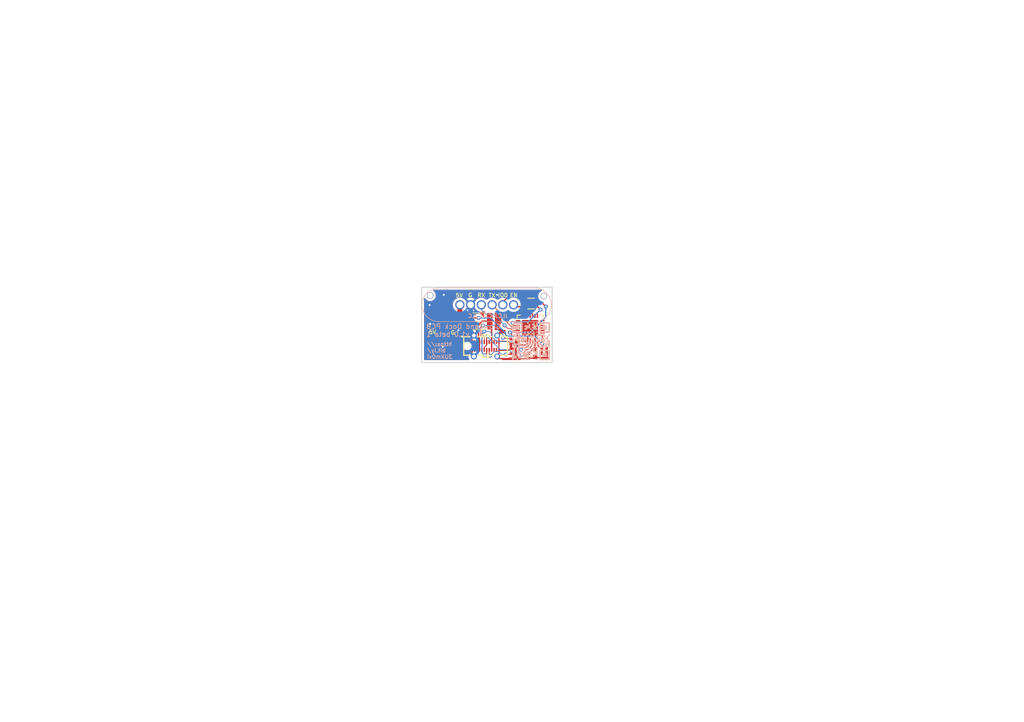
<source format=kicad_pcb>
(kicad_pcb (version 20211014) (generator pcbnew)
  (layers (0 "F.Cu" signal) (31 "B.Cu" signal) (34 "B.Paste" user) (35 "F.Paste" user) (36 "B.SilkS" user "B.Silkscreen") (37 "F.SilkS" user "F.Silkscreen") (38 "B.Mask" user) (39 "F.Mask" user) (44 "Edge.Cuts" user))
  (net 0 "")
  (net 1 "GND")
  (net 2 "VBUS")
  (net 3 "RXD0")
  (net 4 "TXD0")
  (net 5 "IO0")
  (net 6 "EN")
  (net 7 "USB-C CC1")
  (net 8 "USB-C CC2")
  (net 9 "RTS")
  (net 10 "DTR")
  (net 13 "USB-C DATA+")
  (net 14 "USB-C DATA-")
  (net 41 "Net-(F1-Pad1)")
  (net 42 "Net-(C1-Pad1)")
  (footprint "footprint:SC-70-6_L2.2-W1.3-P0.65-LS2.1-BR" (layer "F.Cu") (at 108.898813 62.144787)
    (fp_text reference "U1" hide)
    (fp_text value "UMH3N")
    (fp_line (start -0.7 -1.1) (end 0.7 -1.1) (layer "F.SilkS") (width 0.2))
    (fp_line (start -0.7 1.1) (end 0.7 1.1) (layer "F.SilkS") (width 0.2))
    (fp_arc (start 1.090932 1.094209) (mid 1.092202 1.094203) (end 1.093472 1.094209) (layer "F.SilkS") (width 0.2))
    (fp_circle (center 1.053442 1.099924) (end 1.083439 1.099924) (layer "F.SilkS") (width 0.059995) (fill none))
    (pad "1" smd rect (at 0.949962 0.649987 90) (size 0.41999 0.6) (layers "F.Cu" "F.Paste" "F.Mask") (net 9 "RTS"))
    (pad "2" smd rect (at 0.949962 0 90) (size 0.41999 0.6) (layers "F.Cu" "F.Paste" "F.Mask") (net 10 "DTR"))
    (pad "3" smd rect (at 0.949962 -0.649987 90) (size 0.41999 0.6) (layers "F.Cu" "F.Paste" "F.Mask") (net 5 "IO0"))
    (pad "4" smd rect (at -0.949962 -0.649987 270) (size 0.41999 0.6) (layers "F.Cu" "F.Paste" "F.Mask") (net 10 "DTR"))
    (pad "5" smd rect (at -0.949962 0 270) (size 0.41999 0.6) (layers "F.Cu" "F.Paste" "F.Mask") (net 9 "RTS"))
    (pad "6" smd rect (at -0.949962 0.649987 270) (size 0.41999 0.6) (layers "F.Cu" "F.Paste" "F.Mask") (net 6 "EN"))
  )
  (footprint "Fuse:Fuse_1812_4532Metric" (layer "F.Cu") (at 98.281613 65.751587 180)
    (fp_text reference "F1" hide)
    (fp_text value "BSMD1812-300-16V")
    (fp_line (start -1.386252 -1.71) (end 1.386252 -1.71) (layer "F.SilkS") (width 0.12))
    (fp_line (start -1.386252 1.71) (end 1.386252 1.71) (layer "F.SilkS") (width 0.12))
    (pad "1" smd roundrect (at -2.1375 0 180) (size 1.125 3.4) (layers "F.Cu" "F.Paste" "F.Mask") (roundrect_rratio 0.2222222222) (net 41 "Net-(F1-Pad1)"))
    (pad "2" smd roundrect (at 2.1375 0 180) (size 1.125 3.4) (layers "F.Cu" "F.Paste" "F.Mask") (roundrect_rratio 0.2222222222) (net 2 "VBUS"))
  )
  (footprint "Resistor_SMD:R_0402_1005Metric" (layer "F.Cu") (at 104.784013 69.917187 90)
    (fp_text reference "R1" hide)
    (fp_text value "5.1K")
    (fp_line (start -0.153641 -0.38) (end 0.153641 -0.38) (layer "F.SilkS") (width 0.12))
    (fp_line (start -0.153641 0.38) (end 0.153641 0.38) (layer "F.SilkS") (width 0.12))
    (pad "1" smd roundrect (at -0.51 0 90) (size 0.54 0.64) (layers "F.Cu" "F.Paste" "F.Mask") (net 1 "GND"))
    (pad "2" smd roundrect (at 0.51 0 90) (size 0.54 0.64) (layers "F.Cu" "F.Paste" "F.Mask") (net 7 "USB-C CC1"))
  )
  (footprint "Capacitor_SMD:C_0402_1005Metric" (layer "F.Cu") (at 111.580413 72.355587)
    (fp_text reference "C3" hide)
    (fp_text value "1uF")
    (fp_line (start -0.107836 0.36) (end 0.107836 0.36) (layer "F.SilkS") (width 0.12))
    (fp_line (start -0.107836 -0.36) (end 0.107836 -0.36) (layer "F.SilkS") (width 0.12))
    (pad "1" smd roundrect (at -0.48 0) (size 0.56 0.62) (layers "F.Cu" "F.Paste" "F.Mask") (net 2 "VBUS"))
    (pad "2" smd roundrect (at 0.48 0) (size 0.56 0.62) (layers "F.Cu" "F.Paste" "F.Mask") (net 1 "GND"))
  )
  (footprint "footprint:Solder pad" (layer "F.Cu") (at 88.655013 70.882387 180)
    (fp_text reference "P2" hide)
    (fp_text value "Solder_Pad")
    (pad "1" smd rect (at -0.0762 0.0508 180) (size 2 3.5) (layers "F.Cu" "F.Mask") (net 2 "VBUS"))
  )
  (footprint "Capacitor_SMD:C_0402_1005Metric" (layer "F.Cu") (at 111.580413 71.288787)
    (fp_text reference "C4" hide)
    (fp_text value "0.1uF")
    (fp_line (start -0.107836 0.36) (end 0.107836 0.36) (layer "F.SilkS") (width 0.12))
    (fp_line (start -0.107836 -0.36) (end 0.107836 -0.36) (layer "F.SilkS") (width 0.12))
    (pad "1" smd roundrect (at -0.48 0) (size 0.56 0.62) (layers "F.Cu" "F.Paste" "F.Mask") (net 2 "VBUS"))
    (pad "2" smd roundrect (at 0.48 0) (size 0.56 0.62) (layers "F.Cu" "F.Paste" "F.Mask") (net 1 "GND"))
  )
  (footprint "footprint:TYPE-C-SMD_918-418K2022Y40003" (layer "F.Cu") (at 99.551613 70.831587)
    (fp_text reference "U2" hide)
    (fp_text value "918-418K2022Y40003")
    (fp_line (start -0.650343 2.3) (end -0.651588 1.9) (layer "F.SilkS") (width 0.254001))
    (fp_line (start -0.650038 -2.3) (end 0.649962 -2.3) (layer "F.SilkS") (width 0.254001))
    (fp_line (start 0.649657 2.050013) (end 0.649657 1.9) (layer "F.SilkS") (width 0.254001))
    (fp_line (start 3.192532 1.9) (end 4.470003 1.9) (layer "F.SilkS") (width 0.254001))
    (fp_line (start -0.650038 -2.050013) (end -0.650038 -1.9) (layer "F.SilkS") (width 0.254001))
    (fp_line (start -4.470003 -1.9) (end -4.470003 1.9) (layer "F.SilkS") (width 0.254001))
    (fp_line (start -3.192532 -1.9) (end -4.470003 -1.9) (layer "F.SilkS") (width 0.254001))
    (fp_line (start 4.470003 -1.9) (end 3.192532 -1.9) (layer "F.SilkS") (width 0.254001))
    (fp_line (start 0.649657 2.3) (end 0.649657 2.050013) (layer "F.SilkS") (width 0.254001))
    (fp_line (start 0.649657 2.3) (end -0.650343 2.3) (layer "F.SilkS") (width 0.254001))
    (fp_line (start -1.607468 1.9) (end 1.607468 1.9) (layer "F.SilkS") (width 0.254001))
    (fp_line (start 1.607468 -1.9) (end -1.607468 -1.9) (layer "F.SilkS") (width 0.254001))
    (fp_line (start 4.470003 1.9) (end 4.470003 -1.889992) (layer "F.SilkS") (width 0.254001))
    (fp_line (start -4.470003 1.9) (end -3.192532 1.9) (layer "F.SilkS") (width 0.254001))
    (fp_line (start 0.649962 -2.3) (end 0.651207 -1.9) (layer "F.SilkS") (width 0.254001))
    (fp_line (start -0.650038 -2.3) (end -0.650038 -2.050013) (layer "F.SilkS") (width 0.254001))
    (fp_circle (center -4.51999 -2.304877) (end -4.489992 -2.304877) (layer "F.SilkS") (width 0.059995) (fill none))
    (pad "" np_thru_hole circle (at -3.750114 0.000127) (size 0.750013 0.750013) (drill 0.750013) (layers *.Cu *.Mask))
    (pad "" np_thru_hole circle (at 3.750013 0.000127) (size 0.8 0.8) (drill 0.8) (layers *.Cu *.Mask))
    (pad "0" thru_hole circle (at -2.400102 2.149987) (size 1.2 1.2) (drill 0.750013) (layers *.Cu *.Mask) (net 1 "GND"))
    (pad "0" thru_hole circle (at 2.4 -2.149987) (size 1.2 1.2) (drill 0.750013) (layers *.Cu *.Mask) (net 1 "GND"))
    (pad "0" thru_hole circle (at 2.4 2.149987) (size 1.2 1.2) (drill 0.750013) (layers *.Cu *.Mask) (net 1 "GND"))
    (pad "0" thru_hole circle (at -2.400102 -2.149987) (size 1.2 1.2) (drill 0.750013) (layers *.Cu *.Mask) (net 1 "GND"))
    (pad "A1" smd rect (at -2.750114 -0.799975 180) (size 0.3 0.8) (layers "F.Cu" "F.Paste" "F.Mask") (net 1 "GND"))
    (pad "A2" smd rect (at -2.249987 -0.799975 180) (size 0.3 0.8) (layers "F.Cu" "F.Paste" "F.Mask"))
    (pad "A3" smd rect (at -1.750114 -0.799975 180) (size 0.3 0.8) (layers "F.Cu" "F.Paste" "F.Mask"))
    (pad "A4" smd rect (at -1.249987 -0.799975 180) (size 0.3 0.8) (layers "F.Cu" "F.Paste" "F.Mask") (net 41 "Net-(F1-Pad1)"))
    (pad "A5" smd rect (at -0.750114 -0.799975 180) (size 0.3 0.8) (layers "F.Cu" "F.Paste" "F.Mask") (net 7 "USB-C CC1"))
    (pad "A6" smd rect (at -0.249987 -0.799975 180) (size 0.3 0.8) (layers "F.Cu" "F.Paste" "F.Mask") (net 13 "USB-C DATA+"))
    (pad "A7" smd rect (at 0.249886 -0.799975 180) (size 0.3 0.8) (layers "F.Cu" "F.Paste" "F.Mask") (net 14 "USB-C DATA-"))
    (pad "A8" smd rect (at 0.750013 -0.799975 180) (size 0.3 0.8) (layers "F.Cu" "F.Paste" "F.Mask"))
    (pad "A9" smd rect (at 1.249886 -0.799975 180) (size 0.3 0.8) (layers "F.Cu" "F.Paste" "F.Mask") (net 41 "Net-(F1-Pad1)"))
    (pad "A10" smd rect (at 1.750013 -0.799975 180) (size 0.3 0.8) (layers "F.Cu" "F.Paste" "F.Mask"))
    (pad "A11" smd rect (at 2.249886 -0.799975 180) (size 0.3 0.8) (layers "F.Cu" "F.Paste" "F.Mask"))
    (pad "A12" smd rect (at 2.750013 -0.799975 180) (size 0.3 0.8) (layers "F.Cu" "F.Paste" "F.Mask") (net 1 "GND"))
    (pad "B1" smd rect (at 2.750013 0.799975 180) (size 0.3 0.8) (layers "F.Cu" "F.Paste" "F.Mask") (net 1 "GND"))
    (pad "B2" smd rect (at 2.249886 0.799975 180) (size 0.3 0.8) (layers "F.Cu" "F.Paste" "F.Mask"))
    (pad "B3" smd rect (at 1.750013 0.799975 180) (size 0.3 0.8) (layers "F.Cu" "F.Paste" "F.Mask"))
    (pad "B4" smd rect (at 1.249886 0.799975 180) (size 0.3 0.8) (layers "F.Cu" "F.Paste" "F.Mask") (net 41 "Net-(F1-Pad1)"))
    (pad "B5" smd rect (at 0.750013 0.799975 180) (size 0.3 0.8) (layers "F.Cu" "F.Paste" "F.Mask") (net 8 "USB-C CC2"))
    (pad "B6" smd rect (at 0.249886 0.799975 180) (size 0.3 0.8) (layers "F.Cu" "F.Paste" "F.Mask") (net 13 "USB-C DATA+"))
    (pad "B7" smd rect (at -0.249987 0.799975 180) (size 0.3 0.8) (layers "F.Cu" "F.Paste" "F.Mask") (net 14 "USB-C DATA-"))
    (pad "B8" smd rect (at -0.750114 0.799975 180) (size 0.3 0.8) (layers "F.Cu" "F.Paste" "F.Mask"))
    (pad "B9" smd rect (at -1.249987 0.799975 180) (size 0.3 0.8) (layers "F.Cu" "F.Paste" "F.Mask") (net 41 "Net-(F1-Pad1)"))
    (pad "B10" smd rect (at -1.750114 0.799975 180) (size 0.3 0.8) (layers "F.Cu" "F.Paste" "F.Mask"))
    (pad "B11" smd rect (at -2.249987 0.799975 180) (size 0.3 0.8) (layers "F.Cu" "F.Paste" "F.Mask"))
    (pad "B12" smd rect (at -2.750114 0.799975 180) (size 0.3 0.8) (layers "F.Cu" "F.Paste" "F.Mask") (net 1 "GND"))
  )
  (footprint "footprint:QFN-28_L5.0-W5.0-P0.50-BL-EP" (layer "F.Cu") (at 108.69541 67.151054)
    (fp_text reference "U3" hide)
    (fp_text value "CP2102-GMR")
    (fp_line (start -2 -2.649987) (end -2.649987 -2.649987) (layer "F.SilkS") (width 0.2))
    (fp_line (start 2.649987 -2.649987) (end 2 -2.649987) (layer "F.SilkS") (width 0.2))
    (fp_line (start -2 2.649987) (end -2.649987 2.649987) (layer "F.SilkS") (width 0.2))
    (fp_line (start 2.649987 -2) (end 2.649987 -2.649987) (layer "F.SilkS") (width 0.2))
    (fp_line (start -2.649987 -2.649987) (end -2.649987 -2) (layer "F.SilkS") (width 0.2))
    (fp_line (start -2.649987 2.649987) (end -2.649987 2) (layer "F.SilkS") (width 0.2))
    (fp_line (start 2 2.649987) (end 2.649987 2.649987) (layer "F.SilkS") (width 0.2))
    (fp_line (start 2.649987 2.649987) (end 2.649987 2) (layer "F.SilkS") (width 0.2))
    (fp_arc (start -2.451105 2.999746) (mid -2.449835 2.999741) (end -2.448565 2.999746) (layer "F.SilkS") (width 0.3))
    (pad "1" smd rect (at -1.501067 2.499949 180) (size 0.28001 0.9) (layers "F.Cu" "F.Paste" "F.Mask"))
    (pad "2" smd rect (at -1.000686 2.499949 180) (size 0.28001 0.9) (layers "F.Cu" "F.Paste" "F.Mask"))
    (pad "3" smd rect (at -0.500305 2.499949 180) (size 0.28001 0.9) (layers "F.Cu" "F.Paste" "F.Mask") (net 1 "GND"))
    (pad "4" smd rect (at 0.000076 2.499949 180) (size 0.28001 0.9) (layers "F.Cu" "F.Paste" "F.Mask") (net 13 "USB-C DATA+"))
    (pad "5" smd rect (at 0.500457 2.499949 180) (size 0.28001 0.9) (layers "F.Cu" "F.Paste" "F.Mask") (net 14 "USB-C DATA-"))
    (pad "6" smd rect (at 1.000838 2.499949 180) (size 0.28001 0.9) (layers "F.Cu" "F.Paste" "F.Mask") (net 42 "Net-(C1-Pad1)"))
    (pad "7" smd rect (at 1.501219 2.499949 180) (size 0.28001 0.9) (layers "F.Cu" "F.Paste" "F.Mask") (net 2 "VBUS"))
    (pad "8" smd rect (at 2.500203 1.501219 90) (size 0.28001 0.9) (layers "F.Cu" "F.Paste" "F.Mask") (net 2 "VBUS"))
    (pad "9" smd rect (at 2.500203 1.000838 90) (size 0.28001 0.9) (layers "F.Cu" "F.Paste" "F.Mask"))
    (pad "10" smd rect (at 2.500203 0.500457 90) (size 0.28001 0.9) (layers "F.Cu" "F.Paste" "F.Mask"))
    (pad "11" smd rect (at 2.500203 0.000076 90) (size 0.28001 0.9) (layers "F.Cu" "F.Paste" "F.Mask"))
    (pad "12" smd rect (at 2.500203 -0.500305 90) (size 0.28001 0.9) (layers "F.Cu" "F.Paste" "F.Mask"))
    (pad "13" smd rect (at 2.500203 -1.000686 90) (size 0.28001 0.9) (layers "F.Cu" "F.Paste" "F.Mask"))
    (pad "14" smd rect (at 2.500203 -1.501067 90) (size 0.28001 0.9) (layers "F.Cu" "F.Paste" "F.Mask"))
    (pad "15" smd rect (at 1.501219 -2.500051 180) (size 0.28001 0.9) (layers "F.Cu" "F.Paste" "F.Mask"))
    (pad "16" smd rect (at 1.000838 -2.500051 180) (size 0.28001 0.9) (layers "F.Cu" "F.Paste" "F.Mask"))
    (pad "17" smd rect (at 0.500457 -2.500051 180) (size 0.28001 0.9) (layers "F.Cu" "F.Paste" "F.Mask"))
    (pad "18" smd rect (at 0.000076 -2.500051 180) (size 0.28001 0.9) (layers "F.Cu" "F.Paste" "F.Mask"))
    (pad "19" smd rect (at -0.500305 -2.500051 180) (size 0.28001 0.9) (layers "F.Cu" "F.Paste" "F.Mask"))
    (pad "20" smd rect (at -1.000686 -2.500051 180) (size 0.28001 0.9) (layers "F.Cu" "F.Paste" "F.Mask"))
    (pad "21" smd rect (at -1.501067 -2.500051 180) (size 0.28001 0.9) (layers "F.Cu" "F.Paste" "F.Mask"))
    (pad "22" smd rect (at -2.499797 -1.501067 90) (size 0.28001 0.9) (layers "F.Cu" "F.Paste" "F.Mask"))
    (pad "23" smd rect (at -2.499797 -1.000686 90) (size 0.28001 0.9) (layers "F.Cu" "F.Paste" "F.Mask"))
    (pad "24" smd rect (at -2.499797 -0.500305 90) (size 0.28001 0.9) (layers "F.Cu" "F.Paste" "F.Mask") (net 9 "RTS"))
    (pad "25" smd rect (at -2.499797 0.000076 90) (size 0.28001 0.9) (layers "F.Cu" "F.Paste" "F.Mask") (net 4 "TXD0"))
    (pad "26" smd rect (at -2.499797 0.500457 90) (size 0.28001 0.9) (layers "F.Cu" "F.Paste" "F.Mask") (net 3 "RXD0"))
    (pad "27" smd rect (at -2.499797 1.000838 90) (size 0.28001 0.9) (layers "F.Cu" "F.Paste" "F.Mask"))
    (pad "28" smd rect (at -2.499797 1.501219 90) (size 0.28001 0.9) (layers "F.Cu" "F.Paste" "F.Mask") (net 10 "DTR"))
    (pad "29" smd rect (at 0.000076 0.000076 90) (size 3.3 3.3) (layers "F.Cu" "F.Paste" "F.Mask") (net 1 "GND"))
  )
  (footprint "Capacitor_SMD:C_0402_1005Metric" (layer "F.Cu") (at 108.380013 72.863587 90)
    (fp_text reference "C2" hide)
    (fp_text value "0.1uF")
    (fp_line (start -0.107836 -0.36) (end 0.107836 -0.36) (layer "F.SilkS") (width 0.12))
    (fp_line (start -0.107836 0.36) (end 0.107836 0.36) (layer "F.SilkS") (width 0.12))
    (pad "1" smd roundrect (at -0.48 0 90) (size 0.56 0.62) (layers "F.Cu" "F.Paste" "F.Mask") (net 1 "GND"))
    (pad "2" smd roundrect (at 0.48 0 90) (size 0.56 0.62) (layers "F.Cu" "F.Paste" "F.Mask") (net 42 "Net-(C1-Pad1)"))
  )
  (footprint "Resistor_SMD:R_0402_1005Metric" (layer "F.Cu") (at 104.784013 71.898387 -90)
    (fp_text reference "R2" hide)
    (fp_text value "5.1K")
    (fp_line (start -0.153641 0.38) (end 0.153641 0.38) (layer "F.SilkS") (width 0.12))
    (fp_line (start -0.153641 -0.38) (end 0.153641 -0.38) (layer "F.SilkS") (width 0.12))
    (pad "1" smd roundrect (at -0.51 0 270) (size 0.54 0.64) (layers "F.Cu" "F.Paste" "F.Mask") (net 1 "GND"))
    (pad "2" smd roundrect (at 0.51 0 270) (size 0.54 0.64) (layers "F.Cu" "F.Paste" "F.Mask") (net 8 "USB-C CC2"))
  )
  (footprint "Capacitor_SMD:C_0603_1608Metric" (layer "F.Cu") (at 109.700813 72.304787 -90)
    (fp_text reference "C1" hide)
    (fp_text value "4.7uF")
    (fp_line (start -0.14058 -0.51) (end 0.14058 -0.51) (layer "F.SilkS") (width 0.12))
    (fp_line (start -0.14058 0.51) (end 0.14058 0.51) (layer "F.SilkS") (width 0.12))
    (pad "1" smd roundrect (at -0.775 0 270) (size 0.9 0.95) (layers "F.Cu" "F.Paste" "F.Mask") (net 42 "Net-(C1-Pad1)"))
    (pad "2" smd roundrect (at 0.775 0 270) (size 0.9 0.95) (layers "F.Cu" "F.Paste" "F.Mask") (net 1 "GND"))
  )
  (footprint "footprint:Solder pad" (layer "F.Cu") (at 92.795213 70.882387 180)
    (fp_text reference "P3" hide)
    (fp_text value "Solder_Pad")
    (pad "1" smd rect (at -0.0762 0.0508 180) (size 2 3.5) (layers "F.Cu" "F.Mask") (net 1 "GND"))
  )
  (footprint "footprint:Magnetic Pogopin 6pin male" (layer "B.Cu") (at 86.544013 58.942187 -90)
    (fp_text reference "P1" hide)
    (fp_text value "Magnetic_Pogopin_6pin_male")
    (fp_line (start -0.01 -3.43) (end 0 -23.06) (layer "B.SilkS") (width 0.12))
    (fp_line (start 6.89 -3.43) (end 6.9 -23.06) (layer "B.SilkS") (width 0.12))
    (fp_arc (start 0 -23.06) (mid 3.45 -26.51) (end 6.9 -23.06) (layer "B.SilkS") (width 0.12))
    (fp_arc (start 6.89 -3.43) (mid 3.44 0.02) (end -0.01 -3.43) (layer "B.SilkS") (width 0.12))
    (pad "1" thru_hole circle (at 3.45 -7.75 270) (size 1.9 1.9) (drill 1.35) (layers *.Cu *.Mask) (net 2 "VBUS"))
    (pad "2" thru_hole circle (at 3.45 -9.95 270) (size 1.9 1.9) (drill 1.35) (layers *.Cu *.Mask) (net 1 "GND"))
    (pad "3" thru_hole circle (at 3.45 -12.15 270) (size 1.9 1.9) (drill 1.35) (layers *.Cu *.Mask) (net 3 "RXD0"))
    (pad "4" thru_hole circle (at 3.45 -14.35 270) (size 1.9 1.9) (drill 1.35) (layers *.Cu *.Mask) (net 4 "TXD0"))
    (pad "5" thru_hole circle (at 3.45 -16.55 270) (size 1.9 1.9) (drill 1.35) (layers *.Cu *.Mask) (net 5 "IO0"))
    (pad "6" thru_hole circle (at 3.45 -18.75 270) (size 1.9 1.9) (drill 1.35) (layers *.Cu *.Mask) (net 6 "EN"))
  )
  (footprint "LOGO" (layer "B.Cu") (at 108.8644 69.85 180)
    (fp_text reference "G***" hide)
    (fp_text value "LOGO" hide)
    (fp_poly (pts (xy -1.086465 -2.017721) (xy -0.776047 -2.017721) (xy -0.776047 -1.396883) (xy 0.465628 -1.396883) (xy 0.465628 -1.707302) (xy -0.155209 -1.707302) (xy -0.155209 -2.017721) (xy -0.465628 -2.017721) (xy -0.465628 -2.328139) (xy -0.776047 -2.328139) (xy -0.776047 -2.948976) (xy -1.396884 -2.948976) (xy -1.396884 -1.396883) (xy -1.086465 -1.396883)) (layer "B.SilkS") (width 0) (fill solid))
    (fp_poly (pts (xy 0.776046 -1.396883) (xy 0.465628 -1.396883) (xy 0.465628 -1.086465) (xy 0.776046 -1.086465)) (layer "B.SilkS") (width 0) (fill solid))
    (fp_poly (pts (xy 0.465628 -0.776046) (xy -0.155209 -0.776046) (xy -0.155209 -1.086465) (xy -0.776047 -1.086465) (xy -0.776047 -0.776046) (xy -0.465628 -0.776046) (xy -0.465628 -0.465628) (xy 0.465628 -0.465628)) (layer "B.SilkS") (width 0) (fill solid))
    (fp_poly (pts (xy -0.465628 -3.259395) (xy -0.776047 -3.259395) (xy -0.776047 -2.948976) (xy -0.465628 -2.948976)) (layer "B.SilkS") (width 0) (fill solid))
    (fp_poly (pts (xy 1.707302 -0.776046) (xy 1.396883 -0.776046) (xy 1.396883 -0.465628) (xy 1.707302 -0.465628)) (layer "B.SilkS") (width 0) (fill solid))
    (fp_poly (pts (xy -2.328139 -0.465628) (xy -2.638558 -0.465628) (xy -2.638558 -0.155209) (xy -2.328139 -0.155209)) (layer "B.SilkS") (width 0) (fill solid))
    (fp_poly (pts (xy 2.017721 -2.017721) (xy 1.707302 -2.017721) (xy 1.707302 -1.707302) (xy 2.017721 -1.707302)) (layer "B.SilkS") (width 0) (fill solid))
    (fp_poly (pts (xy 0.465628 0.465628) (xy 0.155209 0.465628) (xy 0.155209 0.776047) (xy 0.465628 0.776047)) (layer "B.SilkS") (width 0) (fill solid))
    (fp_poly (pts (xy -1.707302 1.707302) (xy -3.880232 1.707302) (xy -3.880232 2.033242) (xy -3.554293 2.033242) (xy -2.033242 2.033242) (xy -2.033242 3.554293) (xy -3.554293 3.554293) (xy -3.554293 2.033242) (xy -3.880232 2.033242) (xy -3.880232 3.880232) (xy -1.707302 3.880232)) (layer "B.SilkS") (width 0) (fill solid))
    (fp_poly (pts (xy 0.465628 3.259395) (xy 1.396883 3.259395) (xy 1.396883 2.948977) (xy 1.086465 2.948977) (xy 1.086465 2.638558) (xy 1.396883 2.638558) (xy 1.396883 2.328139) (xy 0.776046 2.328139) (xy 0.776046 2.638558) (xy 0.155209 2.638558) (xy 0.155209 3.569814) (xy 0.465628 3.569814)) (layer "B.SilkS") (width 0) (fill solid))
    (fp_poly (pts (xy -0.465628 1.707302) (xy -0.155209 1.707302) (xy -0.155209 2.017721) (xy 0.155209 2.017721) (xy 0.155209 1.707302) (xy 0.465628 1.707302) (xy 0.465628 2.017721) (xy 0.776046 2.017721) (xy 0.776046 1.396884) (xy 1.086465 1.396884) (xy 1.086465 1.086465) (xy 0.465628 1.086465) (xy 0.465628 1.396884) (xy 0.155209 1.396884) (xy 0.155209 0.776047) (xy -0.155209 0.776047) (xy -0.155209 0.155209) (xy 0.155209 0.155209) (xy 0.155209 -0.155209) (xy -0.465628 -0.155209) (xy -0.465628 -0.465628) (xy -1.086465 -0.465628) (xy -1.086465 -0.155209) (xy -0.776047 -0.155209) (xy -0.776047 0.155209) (xy -0.465628 0.155209) (xy -0.465628 0.776047) (xy -0.776047 0.776047) (xy -0.776047 1.086465) (xy -0.465628 1.086465) (xy -0.155209 1.086465) (xy -0.155209 1.396884) (xy 0.155209 1.396884) (xy 0.155209 1.707302) (xy -0.155209 1.707302) (xy -0.155209 1.396884) (xy -0.465628 1.396884) (xy -0.465628 1.086465) (xy -0.776047 1.086465) (xy -0.776047 2.017721) (xy -0.465628 2.017721)) (layer "B.SilkS") (width 0) (fill solid))
    (fp_poly (pts (xy -2.328139 -3.259395) (xy -3.259395 -3.259395) (xy -3.259395 -2.328139) (xy -2.328139 -2.328139)) (layer "B.SilkS") (width 0) (fill solid))
    (fp_poly (pts (xy -2.328139 2.328139) (xy -3.259395 2.328139) (xy -3.259395 3.259395) (xy -2.328139 3.259395)) (layer "B.SilkS") (width 0) (fill solid))
    (fp_poly (pts (xy -0.776047 -1.396883) (xy -1.086465 -1.396883) (xy -1.086465 -1.086465) (xy -0.776047 -1.086465)) (layer "B.SilkS") (width 0) (fill solid))
    (fp_poly (pts (xy -1.086465 1.707302) (xy -1.396884 1.707302) (xy -1.396884 2.017721) (xy -1.086465 2.017721)) (layer "B.SilkS") (width 0) (fill solid))
    (fp_poly (pts (xy 1.396883 1.396884) (xy 1.086465 1.396884) (xy 1.086465 2.017721) (xy 1.396883 2.017721)) (layer "B.SilkS") (width 0) (fill solid))
    (fp_poly (pts (xy 0.155209 2.638558) (xy 0.155209 2.328139) (xy -0.155209 2.328139) (xy -0.155209 2.017721) (xy -0.465628 2.017721) (xy -0.465628 2.328139) (xy -0.155209 2.328139) (xy -0.155209 2.638558) (xy -0.465628 2.638558) (xy -0.465628 2.328139) (xy -1.396884 2.328139) (xy -1.396884 2.638558) (xy -1.086465 2.638558) (xy -1.086465 2.948977) (xy -1.396884 2.948977) (xy -1.396884 3.880232) (xy -1.086465 3.880232) (xy -1.086465 3.259395) (xy -0.776047 3.259395) (xy -0.776047 3.880232) (xy -0.465628 3.880232) (xy -0.465628 3.569814) (xy -0.155209 3.569814) (xy -0.155209 3.259395) (xy -0.465628 3.259395) (xy -0.465628 2.948977) (xy -0.155209 2.948977) (xy -0.155209 2.638558)) (layer "B.SilkS") (width 0) (fill solid))
    (fp_poly (pts (xy 0.155209 -3.259395) (xy -0.155209 -3.259395) (xy -0.155209 -2.948976) (xy 0.155209 -2.948976)) (layer "B.SilkS") (width 0) (fill solid))
    (fp_poly (pts (xy 3.880232 0.776047) (xy 3.880232 -0.155209) (xy 3.569813 -0.155209) (xy 3.569813 -0.465628) (xy 3.880232 -0.465628) (xy 3.880232 -1.086465) (xy 3.569813 -1.086465) (xy 3.569813 -1.707302) (xy 3.880232 -1.707302) (xy 3.880232 -3.880232) (xy 3.569813 -3.880232) (xy 3.569813 -3.569813) (xy 2.948976 -3.569813) (xy 2.948976 -3.880232) (xy 2.638558 -3.880232) (xy 2.638558 -3.569813) (xy 2.948976 -3.569813) (xy 2.948976 -2.948976) (xy 2.638558 -2.948976) (xy 2.638558 -3.569813) (xy 2.017721 -3.569813) (xy 2.017721 -3.880232) (xy 1.086465 -3.880232) (xy 1.086465 -3.569813) (xy 2.017721 -3.569813) (xy 2.017721 -2.948976) (xy 2.638558 -2.948976) (xy 2.638558 -2.638558) (xy 2.017721 -2.638558) (xy 2.017721 -2.948976) (xy 1.707302 -2.948976) (xy 1.707302 -3.259395) (xy 1.086465 -3.259395) (xy 1.086465 -3.569813) (xy 0.776046 -3.569813) (xy 0.776046 -3.880232) (xy 0.155209 -3.880232) (xy 0.155209 -3.569813) (xy 0.465628 -3.569813) (xy 0.465628 -2.638558) (xy -0.155209 -2.638558) (xy -0.155209 -2.017721) (xy 0.155209 -2.017721) (xy 0.155209 -2.328139) (xy 0.465628 -2.328139) (xy 0.465628 -2.017721) (xy 0.776046 -2.017721) (xy 0.776046 -2.328139) (xy 1.086465 -2.328139) (xy 1.396883 -2.328139) (xy 2.328139 -2.328139) (xy 2.638558 -2.328139) (xy 2.948976 -2.328139) (xy 2.948976 -2.948976) (xy 3.259395 -2.948976) (xy 3.259395 -2.017721) (xy 3.569813 -2.017721) (xy 3.569813 -1.707302) (xy 3.259395 -1.707302) (xy 3.259395 -1.396883) (xy 2.948976 -1.396883) (xy 2.948976 -1.086465) (xy 3.259395 -1.086465) (xy 3.569813 -1.086465) (xy 3.569813 -0.776046) (xy 3.259395 -0.776046) (xy 3.259395 -1.086465) (xy 2.948976 -1.086465) (xy 2.948976 -0.776046) (xy 2.638558 -0.776046) (xy 2.638558 -1.707302) (xy 2.948976 -1.707302) (xy 2.948976 -2.017721) (xy 2.638558 -2.017721) (xy 2.638558 -2.328139) (xy 2.328139 -2.328139) (xy 2.328139 -1.396883) (xy 1.396883 -1.396883) (xy 1.396883 -2.328139) (xy 1.086465 -2.328139) (xy 1.086465 -1.086465) (xy 2.328139 -1.086465) (xy 2.328139 -0.776046) (xy 2.017721 -0.776046) (xy 2.017721 -0.465628) (xy 2.328139 -0.465628) (xy 2.328139 -0.155209) (xy 2.638558 -0.155209) (xy 2.638558 -0.465628) (xy 3.259395 -0.465628) (xy 3.259395 -0.155209) (xy 3.569813 -0.155209) (xy 3.569813 0.155209) (xy 2.328139 0.155209) (xy 2.328139 -0.155209) (xy 1.396883 -0.155209) (xy 1.396883 0.155209) (xy 2.017721 0.155209) (xy 2.328139 0.155209) (xy 2.328139 0.465628) (xy 2.948976 0.465628) (xy 3.569813 0.465628) (xy 3.569813 0.776047) (xy 2.948976 0.776047) (xy 2.948976 0.465628) (xy 2.328139 0.465628) (xy 2.017721 0.465628) (xy 2.017721 0.155209) (xy 1.396883 0.155209) (xy 1.086465 0.155209) (xy 1.086465 -1.086465) (xy 0.776046 -1.086465) (xy 0.776046 -0.465628) (xy 0.465628 -0.465628) (xy 0.465628 -0.155209) (xy 0.776046 -0.155209) (xy 0.776046 0.465628) (xy 1.396883 0.465628) (xy 1.707302 0.465628) (xy 1.707302 0.776047) (xy 1.396883 0.776047) (xy 1.396883 0.465628) (xy 0.776046 0.465628) (xy 0.776046 0.776047) (xy 1.396883 0.776047) (xy 1.396883 1.396884) (xy 1.707302 1.396884) (xy 1.707302 0.776047) (xy 2.017721 0.776047) (xy 2.017721 1.086465) (xy 2.328139 1.086465) (xy 2.328139 1.396884) (xy 2.638558 1.396884) (xy 2.638558 1.086465) (xy 2.948976 1.086465) (xy 2.948976 1.396884) (xy 3.880232 1.396884) (xy 3.880232 1.086465) (xy 3.569813 1.086465) (xy 3.569813 0.776047)) (layer "B.SilkS") (width 0) (fill solid))
    (fp_poly (pts (xy -1.086465 0.776047) (xy -1.396884 0.776047) (xy -1.396884 0.465628) (xy -1.086465 0.465628) (xy -1.086465 -0.155209) (xy -2.328139 -0.155209) (xy -2.328139 0.155209) (xy -2.017721 0.155209) (xy -1.707302 0.155209) (xy -1.707302 0.465628) (xy -2.017721 0.465628) (xy -2.017721 0.155209) (xy -2.328139 0.155209) (xy -2.638558 0.155209) (xy -2.638558 -0.155209) (xy -2.948977 -0.155209) (xy -2.948977 -0.776046) (xy -2.328139 -0.776046) (xy -2.328139 -1.086465) (xy -1.396884 -1.086465) (xy -1.396884 -1.396883) (xy -2.638558 -1.396883) (xy -2.638558 -1.086465) (xy -2.948977 -1.086465) (xy -2.948977 -1.396883) (xy -3.259395 -1.396883) (xy -3.259395 -0.776046) (xy -3.569814 -0.776046) (xy -3.569814 -1.396883) (xy -3.880232 -1.396883) (xy -3.880232 -0.465628) (xy -3.569814 -0.465628) (xy -3.259395 -0.465628) (xy -3.259395 -0.155209) (xy -2.948977 -0.155209) (xy -2.948977 0.465628) (xy -2.638558 0.465628) (xy -2.638558 0.776047) (xy -2.328139 0.776047) (xy -2.328139 0.465628) (xy -2.017721 0.465628) (xy -2.017721 0.776047) (xy -1.396884 0.776047) (xy -1.396884 1.086465) (xy -2.638558 1.086465) (xy -2.638558 0.776047) (xy -2.948977 0.776047) (xy -2.948977 0.465628) (xy -3.259395 0.465628) (xy -3.259395 -0.155209) (xy -3.569814 -0.155209) (xy -3.569814 -0.465628) (xy -3.880232 -0.465628) (xy -3.880232 0.155209) (xy -3.569814 0.155209) (xy -3.569814 1.086465) (xy -3.259395 1.086465) (xy -3.259395 0.776047) (xy -2.948977 0.776047) (xy -2.948977 1.396884) (xy -1.086465 1.396884)) (layer "B.SilkS") (width 0) (fill solid))
    (fp_poly (pts (xy 0.776046 3.569814) (xy 0.465628 3.569814) (xy 0.465628 3.880232) (xy 0.776046 3.880232)) (layer "B.SilkS") (width 0) (fill solid))
    (fp_poly (pts (xy 3.880232 1.707302) (xy 1.707302 1.707302) (xy 1.707302 2.033242) (xy 2.033242 2.033242) (xy 3.554293 2.033242) (xy 3.554293 3.554293) (xy 2.033242 3.554293) (xy 2.033242 2.033242) (xy 1.707302 2.033242) (xy 1.707302 3.880232) (xy 3.880232 3.880232)) (layer "B.SilkS") (width 0) (fill solid))
    (fp_poly (pts (xy -1.086465 -3.880232) (xy -1.396884 -3.880232) (xy -1.396884 -3.569813) (xy -1.086465 -3.569813)) (layer "B.SilkS") (width 0) (fill solid))
    (fp_poly (pts (xy -3.569814 1.086465) (xy -3.880232 1.086465) (xy -3.880232 1.396884) (xy -3.569814 1.396884)) (layer "B.SilkS") (width 0) (fill solid))
    (fp_poly (pts (xy -1.086465 -0.776046) (xy -2.328139 -0.776046) (xy -2.328139 -0.465628) (xy -1.086465 -0.465628)) (layer "B.SilkS") (width 0) (fill solid))
    (fp_poly (pts (xy -1.707302 -3.880232) (xy -3.880232 -3.880232) (xy -3.880232 -3.554293) (xy -3.554293 -3.554293) (xy -2.033242 -3.554293) (xy -2.033242 -2.033242) (xy -3.554293 -2.033242) (xy -3.554293 -3.554293) (xy -3.880232 -3.554293) (xy -3.880232 -1.707302) (xy -1.707302 -1.707302)) (layer "B.SilkS") (width 0) (fill solid))
    (fp_poly (pts (xy 3.259395 2.328139) (xy 2.328139 2.328139) (xy 2.328139 3.259395) (xy 3.259395 3.259395)) (layer "B.SilkS") (width 0) (fill solid))
  )
  (gr_rect (start 86.445213 58.791987) (end 113.216813 74.235187) (layer "Edge.Cuts") (width 0.2) (fill none))
  (gr_text "https://\nbit.ly/\n3UXm0vi" (at 87.4776 71.755) (layer "B.SilkS") (effects (font (size 0.8 0.8)) (justify right mirror)))
  (gr_text "JLCJLCJLCJLC" (at 95.8596 64.6684) (layer "B.SilkS") (effects (font (size 0.8 0.8)) (justify right mirror)))
  (gr_text "GlowBand Dock PCB\nv1.0 beta 1" (at 87.2998 67.6402) (layer "B.SilkS") (effects (font (size 1 1)) (justify right mirror)))
  (gr_text "EN" (at 105.342813 60.417587) (layer "F.SilkS") (effects (font (size 0.8 0.8))))
  (gr_text "5V" (at 88.680413 67.986787) (layer "F.SilkS") (effects (font (size 0.8 0.8))))
  (gr_text "G" (at 96.402013 60.417587) (layer "F.SilkS") (effects (font (size 0.8 0.8))))
  (gr_text "5V" (at 94.166813 60.468387) (layer "F.SilkS") (effects (font (size 0.8 0.8))))
  (gr_text "RX" (at 98.688013 60.417587) (layer "F.SilkS") (effects (font (size 0.8 0.8))))
  (gr_text "TX" (at 100.872413 60.468387) (layer "F.SilkS") (effects (font (size 0.8 0.8))))
  (gr_text "IO0" (at 103.107613 60.417587) (layer "F.SilkS") (effects (font (size 0.8 0.8))))
  (gr_text "G" (at 92.846013 68.088387) (layer "F.SilkS") (effects (font (size 0.8 0.8))))
  (via (at 111.506 60.6044) (size 1.3) (drill 1.152) (layers "F.Cu" "B.Cu") (net 0))
  (via (at 88.1888 60.4774) (size 1.3) (drill 1.152) (layers "F.Cu" "B.Cu") (net 0))
  (segment (start 108.195105 70.351003) (end 107.917721 70.628387) (width 0.25) (layer "F.Cu") (net 1))
  (segment (start 112.060413 72.851587) (end 111.692813 73.219187) (width 0.25) (layer "F.Cu") (net 1))
  (segment (start 102.416051 71.745987) (end 102.301626 71.631562) (width 0.2) (layer "F.Cu") (net 1))
  (segment (start 102.466851 69.866387) (end 104.223213 69.866387) (width 0.2) (layer "F.Cu") (net 1))
  (segment (start 104.784013 70.427187) (end 104.784013 71.388387) (width 0.2) (layer "F.Cu") (net 1))
  (segment (start 108.301213 73.422387) (end 102.392426 73.422387) (width 0.25) (layer "F.Cu") (net 1))
  (segment (start 112.060413 72.355587) (end 112.060413 72.851587) (width 0.25) (layer "F.Cu") (net 1))
  (segment (start 102.301626 69.031613) (end 101.951613 68.6816) (width 0.2) (layer "F.Cu") (net 1))
  (segment (start 111.692813 73.219187) (end 109.840213 73.219187) (width 0.25) (layer "F.Cu") (net 1))
  (segment (start 112.060413 71.288787) (end 112.060413 72.355587) (width 0.25) (layer "F.Cu") (net 1))
  (segment (start 96.801499 71.631562) (end 96.801499 72.631562) (width 0.2) (layer "F.Cu") (net 1))
  (segment (start 96.801499 70.031612) (end 96.801499 71.631562) (width 0.2) (layer "F.Cu") (net 1))
  (segment (start 104.223213 69.866387) (end 104.784013 70.427187) (width 0.2) (layer "F.Cu") (net 1))
  (segment (start 109.840213 73.219187) (end 109.700813 73.079787) (width 0.25) (layer "F.Cu") (net 1))
  (segment (start 96.801499 69.031612) (end 97.151511 68.6816) (width 0.2) (layer "F.Cu") (net 1))
  (segment (start 108.195105 69.651003) (end 108.195105 67.651511) (width 0.25) (layer "F.Cu") (net 1))
  (segment (start 104.426413 71.745987) (end 102.416051 71.745987) (width 0.2) (layer "F.Cu") (net 1))
  (segment (start 94.725613 68.901187) (end 94.725613 68.977387) (width 1) (layer "F.Cu") (net 1))
  (segment (start 102.301626 70.031612) (end 102.466851 69.866387) (width 0.2) (layer "F.Cu") (net 1))
  (segment (start 104.985213 70.628387) (end 104.784013 70.427187) (width 0.25) (layer "F.Cu") (net 1))
  (segment (start 96.801499 70.031612) (end 96.801499 69.031612) (width 0.2) (layer "F.Cu") (net 1))
  (segment (start 104.784013 71.388387) (end 104.426413 71.745987) (width 0.2) (layer "F.Cu") (net 1))
  (segment (start 96.801499 72.631562) (end 97.151511 72.981574) (width 0.2) (layer "F.Cu") (net 1))
  (segment (start 102.301626 70.031612) (end 102.301626 71.631562) (width 0.2) (layer "F.Cu") (net 1))
  (segment (start 108.195105 69.651003) (end 108.195105 70.351003) (width 0.25) (layer "F.Cu") (net 1))
  (segment (start 102.392426 73.422387) (end 101.951613 72.981574) (width 0.25) (layer "F.Cu") (net 1))
  (segment (start 102.301626 71.631562) (end 102.301626 72.631561) (width 0.2) (layer "F.Cu") (net 1))
  (segment (start 109.437013 73.343587) (end 109.700813 73.079787) (width 0.25) (layer "F.Cu") (net 1))
  (segment (start 108.380013 73.343587) (end 108.301213 73.422387) (width 0.25) (layer "F.Cu") (net 1))
  (segment (start 108.195105 67.651511) (end 108.695486 67.15113) (width 0.25) (layer "F.Cu") (net 1))
  (segment (start 102.301626 72.631561) (end 101.951613 72.981574) (width 0.2) (layer "F.Cu") (net 1))
  (segment (start 102.301626 70.031612) (end 102.301626 69.031613) (width 0.2) (layer "F.Cu") (net 1))
  (segment (start 107.917721 70.628387) (end 104.985213 70.628387) (width 0.25) (layer "F.Cu") (net 1))
  (segment (start 94.725613 68.977387) (end 92.871413 70.831587) (width 1) (layer "F.Cu") (net 1))
  (segment (start 108.380013 73.343587) (end 109.437013 73.343587) (width 0.25) (layer "F.Cu") (net 1))
  (via (at 88.1888 66.294) (size 0.8) (drill 0.4) (layers "F.Cu" "B.Cu") (net 1))
  (via (at 88.0872 62.4332) (size 0.8) (drill 0.4) (layers "F.Cu" "B.Cu") (net 1))
  (via (at 94.725613 68.901187) (size 0.8) (drill 0.4) (layers "F.Cu" "B.Cu") (net 1))
  (via (at 93.98 67.6148) (size 0.8) (drill 0.4) (layers "F.Cu" "B.Cu") (net 1))
  (via (at 90.7796 71.0184) (size 0.8) (drill 0.4) (layers "F.Cu" "B.Cu") (net 1))
  (via (at 90.9828 60.3504) (size 0.8) (drill 0.4) (layers "F.Cu" "B.Cu") (net 1))
  (via (at 101.9048 60.3504) (size 0.8) (drill 0.4) (layers "F.Cu" "B.Cu") (net 1))
  (segment (start 96.494013 62.392187) (end 96.494013 68.024102) (width 1) (layer "B.Cu") (net 1))
  (segment (start 94.9452 68.6816) (end 94.725613 68.901187) (width 1) (layer "B.Cu") (net 1))
  (segment (start 97.151511 68.6816) (end 94.9452 68.6816) (width 1) (layer "B.Cu") (net 1))
  (segment (start 96.494013 68.024102) (end 97.151511 68.6816) (width 1) (layer "B.Cu") (net 1))
  (segment (start 94.065213 65.751587) (end 94.294013 65.522787) (width 1) (layer "F.Cu") (net 2))
  (segment (start 111.195613 71.193587) (end 111.100413 71.288787) (width 0.25) (layer "F.Cu") (net 2))
  (segment (start 110.196629 70.605403) (end 110.880013 71.288787) (width 0.25) (layer "F.Cu") (net 2))
  (segment (start 94.294013 65.522787) (end 94.294013 62.392187) (width 1) (layer "F.Cu") (net 2))
  (segment (start 92.287213 65.751587) (end 88.731213 69.307587) (width 1) (layer "F.Cu") (net 2))
  (segment (start 111.195613 68.652273) (end 111.195613 71.193587) (width 0.25) (layer "F.Cu") (net 2))
  (segment (start 94.065213 65.751587) (end 92.287213 65.751587) (width 1) (layer "F.Cu") (net 2))
  (segment (start 96.144113 65.751587) (end 94.065213 65.751587) (width 1) (layer "F.Cu") (net 2))
  (segment (start 96.804513 65.091187) (end 96.144113 65.751587) (width 0.25) (layer "F.Cu") (net 2))
  (segment (start 111.100413 71.288787) (end 111.100413 72.355587) (width 0.25) (layer "F.Cu") (net 2))
  (segment (start 110.880013 71.288787) (end 111.100413 71.288787) (width 0.25) (layer "F.Cu") (net 2))
  (segment (start 110.196629 69.651003) (end 110.196629 70.605403) (width 0.25) (layer "F.Cu") (net 2))
  (segment (start 88.731213 69.307587) (end 88.731213 70.831587) (width 1) (layer "F.Cu") (net 2))
  (segment (start 98.129213 65.091187) (end 96.804513 65.091187) (width 0.25) (layer "F.Cu") (net 2))
  (via (at 98.129213 65.091187) (size 0.8) (drill 0.4) (layers "F.Cu" "B.Cu") (net 2))
  (via (at 111.195613 70.334387) (size 0.8) (drill 0.4) (layers "F.Cu" "B.Cu") (net 2))
  (segment (start 98.129213 65.091187) (end 100.567613 65.091187) (width 0.25) (layer "B.Cu") (net 2))
  (segment (start 103.920413 68.799587) (end 109.660813 68.799587) (width 0.25) (layer "B.Cu") (net 2))
  (segment (start 109.660813 68.799587) (end 111.195613 70.334387) (width 0.25) (layer "B.Cu") (net 2))
  (segment (start 103.666413 68.545587) (end 103.920413 68.799587) (width 0.25) (layer "B.Cu") (net 2))
  (segment (start 103.666413 68.189987) (end 103.666413 68.545587) (width 0.25) (layer "B.Cu") (net 2))
  (segment (start 100.567613 65.091187) (end 103.666413 68.189987) (width 0.25) (layer "B.Cu") (net 2))
  (segment (start 104.682413 67.224787) (end 104.072813 67.224787) (width 0.15) (layer "F.Cu") (net 3))
  (segment (start 104.072813 67.224787) (end 103.463213 66.615187) (width 0.15) (layer "F.Cu") (net 3))
  (segment (start 106.195613 67.651511) (end 105.312337 67.651511) (width 0.15) (layer "F.Cu") (net 3))
  (segment (start 105.109137 67.651511) (end 104.682413 67.224787) (width 0.15) (layer "F.Cu") (net 3))
  (segment (start 105.312337 67.651511) (end 105.109137 67.651511) (width 0.15) (layer "F.Cu") (net 3))
  (via (at 103.463213 66.615187) (size 0.8) (drill 0.4) (layers "F.Cu" "B.Cu") (net 3))
  (segment (start 98.694013 63.369987) (end 98.694013 62.392187) (width 0.15) (layer "B.Cu") (net 3))
  (segment (start 99.602413 64.278387) (end 98.694013 63.369987) (width 0.15) (layer "B.Cu") (net 3))
  (segment (start 101.126413 64.278387) (end 99.602413 64.278387) (width 0.15) (layer "B.Cu") (net 3))
  (segment (start 103.463213 66.615187) (end 101.126413 64.278387) (width 0.15) (layer "B.Cu") (net 3))
  (segment (start 106.195613 67.15113) (end 105.116756 67.15113) (width 0.15) (layer "F.Cu") (net 4))
  (segment (start 103.361613 65.395987) (end 103.361613 64.859787) (width 0.15) (layer "F.Cu") (net 4))
  (segment (start 103.361613 64.859787) (end 100.894013 62.392187) (width 0.15) (layer "F.Cu") (net 4))
  (segment (start 105.116756 67.15113) (end 103.361613 65.395987) (width 0.15) (layer "F.Cu") (net 4))
  (segment (start 109.848775 61.4948) (end 109.127162 60.773187) (width 0.25) (layer "F.Cu") (net 5))
  (segment (start 103.094013 61.853587) (end 103.094013 62.392187) (width 0.25) (layer "F.Cu") (net 5))
  (segment (start 109.127162 60.773187) (end 104.174413 60.773187) (width 0.25) (layer "F.Cu") (net 5))
  (segment (start 104.174413 60.773187) (end 103.094013 61.853587) (width 0.25) (layer "F.Cu") (net 5))
  (segment (start 107.948851 62.794774) (end 105.6966 62.794774) (width 0.25) (layer "F.Cu") (net 6))
  (segment (start 105.6966 62.794774) (end 105.294013 62.392187) (width 0.25) (layer "F.Cu") (net 6))
  (segment (start 104.633613 69.256787) (end 104.784013 69.407187) (width 0.15) (layer "F.Cu") (net 7))
  (segment (start 103.197513 69.256787) (end 104.633613 69.256787) (width 0.15) (layer "F.Cu") (net 7))
  (segment (start 98.801499 69.065473) (end 98.801499 70.031612) (width 0.15) (layer "F.Cu") (net 7))
  (segment (start 98.586413 67.080985) (end 98.586413 68.850387) (width 0.15) (layer "F.Cu") (net 7))
  (segment (start 103.107613 69.166887) (end 103.197513 69.256787) (width 0.15) (layer "F.Cu") (net 7))
  (segment (start 99.022512 66.644886) (end 98.586413 67.080985) (width 0.15) (layer "F.Cu") (net 7))
  (segment (start 98.586413 68.850387) (end 98.801499 69.065473) (width 0.15) (layer "F.Cu") (net 7))
  (via (at 103.107613 69.166887) (size 0.8) (drill 0.4) (layers "F.Cu" "B.Cu") (net 7))
  (via (at 99.022512 66.644886) (size 0.8) (drill 0.4) (layers "F.Cu" "B.Cu") (net 7))
  (segment (start 103.107613 68.494787) (end 101.228013 66.615187) (width 0.15) (layer "B.Cu") (net 7))
  (segment (start 99.052211 66.615187) (end 99.022512 66.644886) (width 0.15) (layer "B.Cu") (net 7))
  (segment (start 103.107613 69.166887) (end 103.107613 68.494787) (width 0.15) (layer "B.Cu") (net 7))
  (segment (start 101.228013 66.615187) (end 99.052211 66.615187) (width 0.15) (layer "B.Cu") (net 7))
  (segment (start 100.301626 71.631562) (end 100.301626 72.5976) (width 0.15) (layer "F.Cu") (net 8))
  (segment (start 104.633613 72.558787) (end 104.784013 72.408387) (width 0.15) (layer "F.Cu") (net 8))
  (segment (start 100.301626 72.6992) (end 100.466013 72.863587) (width 0.15) (layer "F.Cu") (net 8))
  (segment (start 100.301626 72.5976) (end 100.301626 72.6992) (width 0.15) (layer "F.Cu") (net 8))
  (segment (start 103.768013 72.558787) (end 104.633613 72.558787) (width 0.15) (layer "F.Cu") (net 8))
  (via (at 100.466013 72.863587) (size 0.8) (drill 0.4) (layers "F.Cu" "B.Cu") (net 8))
  (via (at 103.768013 72.558787) (size 0.8) (drill 0.4) (layers "F.Cu" "B.Cu") (net 8))
  (segment (start 102.498013 72.253987) (end 102.802813 72.558787) (width 0.15) (layer "B.Cu") (net 8))
  (segment (start 101.939213 71.999987) (end 102.244013 71.999987) (width 0.15) (layer "B.Cu") (net 8))
  (segment (start 101.329613 71.999987) (end 101.939213 71.999987) (width 0.15) (layer "B.Cu") (net 8))
  (segment (start 102.244013 71.999987) (end 102.498013 72.253987) (width 0.15) (layer "B.Cu") (net 8))
  (segment (start 102.802813 72.558787) (end 103.768013 72.558787) (width 0.15) (layer "B.Cu") (net 8))
  (segment (start 100.466013 72.863587) (end 101.329613 71.999987) (width 0.15) (layer "B.Cu") (net 8))
  (segment (start 109.338767 62.794774) (end 109.848775 62.794774) (width 0.25) (layer "F.Cu") (net 9))
  (segment (start 107.948851 62.144787) (end 108.68878 62.144787) (width 0.25) (layer "F.Cu") (net 9))
  (segment (start 105.378375 66.650749) (end 106.195613 66.650749) (width 0.25) (layer "F.Cu") (net 9))
  (segment (start 108.68878 62.144787) (end 109.338767 62.794774) (width 0.25) (layer "F.Cu") (net 9))
  (segment (start 109.848775 62.794774) (end 110.26 62.794774) (width 0.25) (layer "F.Cu") (net 9))
  (segment (start 105.139613 66.411987) (end 105.378375 66.650749) (width 0.25) (layer "F.Cu") (net 9))
  (segment (start 110.26 62.794774) (end 110.829213 63.363987) (width 0.25) (layer "F.Cu") (net 9))
  (segment (start 105.139613 66.107187) (end 105.139613 66.411987) (width 0.25) (layer "F.Cu") (net 9))
  (via (at 105.139613 66.107187) (size 0.8) (drill 0.4) (layers "F.Cu" "B.Cu") (net 9))
  (via (at 110.829213 63.363987) (size 0.8) (drill 0.4) (layers "F.Cu" "B.Cu") (net 9))
  (segment (start 108.289213 65.903987) (end 110.829213 63.363987) (width 0.25) (layer "B.Cu") (net 9))
  (segment (start 105.139613 66.107187) (end 105.342813 65.903987) (width 0.25) (layer "B.Cu") (net 9))
  (segment (start 105.342813 65.903987) (end 108.289213 65.903987) (width 0.25) (layer "B.Cu") (net 9))
  (segment (start 111.286413 62.144787) (end 111.896013 62.754387) (width 0.25) (layer "F.Cu") (net 10))
  (segment (start 109.325176 62.144787) (end 108.675189 61.4948) (width 0.25) (layer "F.Cu") (net 10))
  (segment (start 104.530013 68.075087) (end 105.107199 68.652273) (width 0.25) (layer "F.Cu") (net 10))
  (segment (start 105.107199 68.652273) (end 106.195613 68.652273) (width 0.25) (layer "F.Cu") (net 10))
  (segment (start 109.848775 62.144787) (end 111.286413 62.144787) (width 0.25) (layer "F.Cu") (net 10))
  (segment (start 108.675189 61.4948) (end 107.948851 61.4948) (width 0.25) (layer "F.Cu") (net 10))
  (segment (start 109.848775 62.144787) (end 109.325176 62.144787) (width 0.25) (layer "F.Cu") (net 10))
  (via (at 104.530013 68.075087) (size 0.8) (drill 0.4) (layers "F.Cu" "B.Cu") (net 10))
  (via (at 111.896013 62.754387) (size 0.8) (drill 0.4) (layers "F.Cu" "B.Cu") (net 10))
  (segment (start 104.530013 68.075087) (end 104.567513 68.037587) (width 0.25) (layer "B.Cu") (net 10))
  (segment (start 111.896013 64.938787) (end 111.896013 62.754387) (width 0.25) (layer "B.Cu") (net 10))
  (segment (start 108.797213 68.037587) (end 111.896013 64.938787) (width 0.25) (layer "B.Cu") (net 10))
  (segment (start 104.567513 68.037587) (end 108.797213 68.037587) (width 0.25) (layer "B.Cu") (net 10))
  (segment (start 99.043613 68.7045) (end 99.301626 68.962513) (width 0.15) (layer "F.Cu") (net 13))
  (segment (start 107.324013 71.085587) (end 108.035213 71.085587) (width 0.15) (layer "F.Cu") (net 13))
  (segment (start 99.043613 68.088387) (end 99.043613 68.7045) (width 0.15) (layer "F.Cu") (net 13))
  (segment (start 106.816013 71.593587) (end 107.324013 71.085587) (width 0.15) (layer "F.Cu") (net 13))
  (segment (start 108.035213 71.085587) (end 108.695486 70.425314) (width 0.15) (layer "F.Cu") (net 13))
  (segment (start 99.277869 67.854131) (end 99.043613 68.088387) (width 0.15) (layer "F.Cu") (net 13))
  (segment (start 99.801499 72.308901) (end 99.801499 71.631562) (width 0.2) (layer "F.Cu") (net 13))
  (segment (start 99.301626 68.962513) (end 99.301626 70.031612) (width 0.15) (layer "F.Cu") (net 13))
  (segment (start 99.348413 72.761987) (end 99.801499 72.308901) (width 0.2) (layer "F.Cu") (net 13))
  (segment (start 108.695486 70.425314) (end 108.695486 69.651003) (width 0.15) (layer "F.Cu") (net 13))
  (via (at 99.348413 72.761987) (size 0.8) (drill 0.4) (layers "F.Cu" "B.Cu") (net 13))
  (via (at 106.816013 71.593587) (size 0.8) (drill 0.4) (layers "F.Cu" "B.Cu") (net 13))
  (via (at 99.277869 67.854131) (size 0.8) (drill 0.4) (layers "F.Cu" "B.Cu") (net 13))
  (segment (start 100.872413 68.951987) (end 100.872413 68.393187) (width 0.15) (layer "B.Cu") (net 13))
  (segment (start 98.840413 72.253987) (end 98.840413 68.291587) (width 0.2) (layer "B.Cu") (net 13))
  (segment (start 98.840413 68.291587) (end 99.277869 67.854131) (width 0.2) (layer "B.Cu") (net 13))
  (segment (start 106.816013 71.593587) (end 105.139613 69.917187) (width 0.15) (layer "B.Cu") (net 13))
  (segment (start 100.333357 67.854131) (end 99.277869 67.854131) (width 0.15) (layer "B.Cu") (net 13))
  (segment (start 100.872413 68.393187) (end 100.333357 67.854131) (width 0.15) (layer "B.Cu") (net 13))
  (segment (start 101.837613 69.917187) (end 100.872413 68.951987) (width 0.15) (layer "B.Cu") (net 13))
  (segment (start 105.139613 69.917187) (end 101.837613 69.917187) (width 0.15) (layer "B.Cu") (net 13))
  (segment (start 99.348413 72.761987) (end 98.840413 72.253987) (width 0.2) (layer "B.Cu") (net 13))
  (segment (start 108.300413 71.531587) (end 109.195867 70.636133) (width 0.15) (layer "F.Cu") (net 14))
  (segment (start 109.195867 70.636133) (end 109.195867 69.651003) (width 0.15) (layer "F.Cu") (net 14))
  (segment (start 100.008813 68.799587) (end 99.801499 69.006901) (width 0.2) (layer "F.Cu") (net 14))
  (segment (start 99.801499 69.006901) (end 99.801499 70.031612) (width 0.2) (layer "F.Cu") (net 14))
  (segment (start 99.301626 71.132374) (end 99.801499 70.632501) (width 0.2) (layer "F.Cu") (net 14))
  (segment (start 99.801499 70.632501) (end 99.801499 70.031612) (width 0.2) (layer "F.Cu") (net 14))
  (segment (start 99.301626 71.631562) (end 99.301626 71.132374) (width 0.2) (layer "F.Cu") (net 14))
  (segment (start 106.968413 72.609587) (end 108.046413 71.531587) (width 0.15) (layer "F.Cu") (net 14))
  (segment (start 108.046413 71.531587) (end 108.300413 71.531587) (width 0.15) (layer "F.Cu") (net 14))
  (via (at 100.008813 68.799587) (size 0.8) (drill 0.4) (layers "F.Cu" "B.Cu") (net 14))
  (via (at 106.968413 72.609587) (size 0.8) (drill 0.4) (layers "F.Cu" "B.Cu") (net 14))
  (segment (start 105.088813 72.304787) (end 106.968413 72.304787) (width 0.15) (layer "B.Cu") (net 14))
  (segment (start 99.976126 68.832274) (end 99.976126 69.0209) (width 0.2) (layer "B.Cu") (net 14))
  (segment (start 104.377613 71.593587) (end 105.088813 72.304787) (width 0.15) (layer "B.Cu") (net 14))
  (segment (start 99.976126 69.0209) (end 102.548813 71.593587) (width 0.15) (layer "B.Cu") (net 14))
  (segment (start 102.548813 71.593587) (end 104.377613 71.593587) (width 0.15) (layer "B.Cu") (net 14))
  (segment (start 106.968413 72.304787) (end 106.968413 72.609587) (width 0.2) (layer "B.Cu") (net 14))
  (segment (start 100.008813 68.799587) (end 99.976126 68.832274) (width 0.2) (layer "B.Cu") (net 14))
  (segment (start 98.891213 65.751587) (end 100.419113 65.751587) (width 0.3) (layer "F.Cu") (net 41))
  (segment (start 100.801499 66.133973) (end 100.419113 65.751587) (width 0.25) (layer "F.Cu") (net 41))
  (segment (start 97.722813 67.783587) (end 97.722813 66.919987) (width 0.3) (layer "F.Cu") (net 41))
  (segment (start 100.801499 71.631562) (end 100.801499 70.031612) (width 0.3) (layer "F.Cu") (net 41))
  (segment (start 98.129213 69.104387) (end 98.129213 68.189987) (width 0.3) (layer "F.Cu") (net 41))
  (segment (start 98.301626 69.2768) (end 98.129213 69.104387) (width 0.3) (layer "F.Cu") (net 41))
  (segment (start 98.129213 68.189987) (end 97.722813 67.783587) (width 0.3) (layer "F.Cu") (net 41))
  (segment (start 98.301626 71.631562) (end 98.301626 70.031612) (width 0.3) (layer "F.Cu") (net 41))
  (segment (start 97.722813 66.919987) (end 98.891213 65.751587) (width 0.3) (layer "F.Cu") (net 41))
  (segment (start 100.801499 70.031612) (end 100.801499 66.133973) (width 0.3) (layer "F.Cu") (net 41))
  (segment (start 98.301626 70.031612) (end 98.301626 69.2768) (width 0.3) (layer "F.Cu") (net 41))
  (segment (start 109.696248 71.525222) (end 109.700813 71.529787) (width 0.25) (layer "F.Cu") (net 42))
  (segment (start 109.233813 71.529787) (end 108.380013 72.383587) (width 0.25) (layer "F.Cu") (net 42))
  (segment (start 109.700813 71.529787) (end 109.233813 71.529787) (width 0.25) (layer "F.Cu") (net 42))
  (segment (start 109.696248 69.651003) (end 109.696248 71.525222) (width 0.25) (layer "F.Cu") (net 42))
  (zone (net 1) (net_name "GND") (layers F&B.Cu) (connect_pads (clearance 0.508)) (min_thickness 0.254) (fill yes (thermal_gap 0.508) (thermal_bridge_width 0.508))
    (polygon (pts (xy 209.9564 147.9296) (xy 0 147.9296) (xy 0 -0.1016) (xy 209.9564 -0.1016)))
  )
)
</source>
